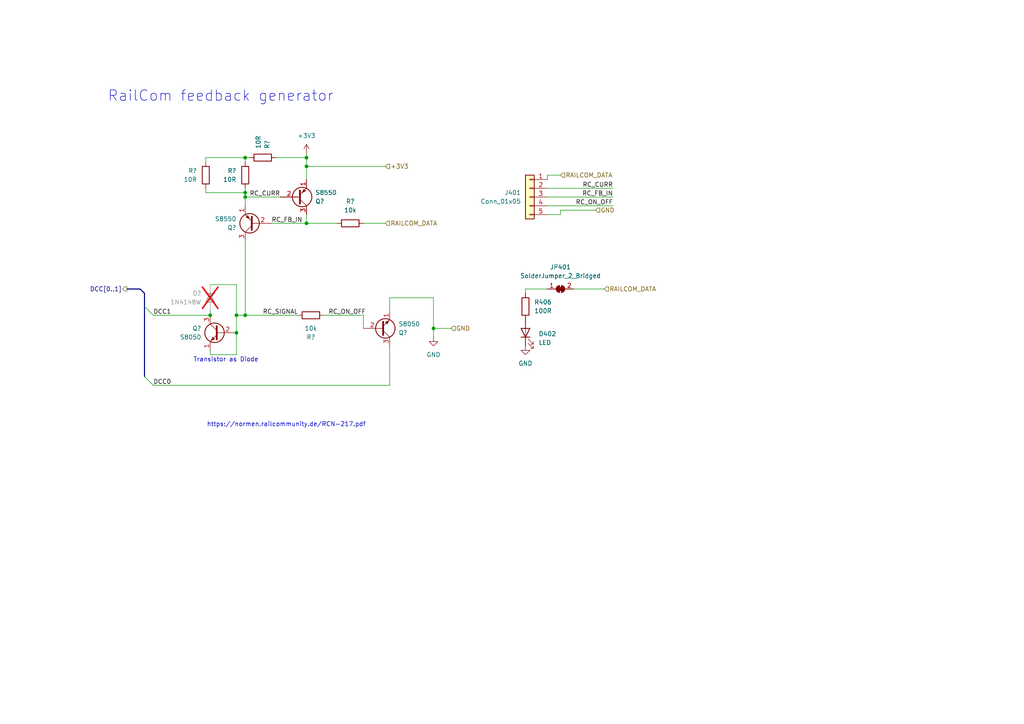
<source format=kicad_sch>
(kicad_sch (version 20231120) (generator "eeschema") (generator_version "8.0")
  (paper "A4")
  (lib_symbols
    (symbol "Connector_Generic:Conn_01x05" (pin_names (offset 1.016) hide)
      (property "Reference" "J" (at 0 7.62 0))
      (property "Value" "Conn_01x05" (at 0 -7.62 0))
      (symbol "Conn_01x05_1_1"
        (rectangle (start -1.27 -4.953) (end 0 -5.207) (stroke (width 0.1524)))
        (rectangle (start -1.27 -2.413) (end 0 -2.667) (stroke (width 0.1524)))
        (rectangle (start -1.27 0.127) (end 0 -0.127) (stroke (width 0.1524)))
        (rectangle (start -1.27 2.667) (end 0 2.413) (stroke (width 0.1524)))
        (rectangle (start -1.27 5.207) (end 0 4.953) (stroke (width 0.1524)))
        (rectangle (start -1.27 6.35) (end 1.27 -6.35) (stroke (width 0.254)) (fill (type background)))
        (pin passive line (at -5.08 5.08 0) (length 3.81) (name "Pin_1") (number "1"))
        (pin passive line (at -5.08 2.54 0) (length 3.81) (name "Pin_2") (number "2"))
        (pin passive line (at -5.08 0 0) (length 3.81) (name "Pin_3") (number "3"))
        (pin passive line (at -5.08 -2.54 0) (length 3.81) (name "Pin_4") (number "4"))
        (pin passive line (at -5.08 -5.08 0) (length 3.81) (name "Pin_5") (number "5"))
      )
    )
    (symbol "Device:LED" (pin_numbers hide) (pin_names (offset 1.016) hide)
      (property "Reference" "D" (at 0 2.54 0))
      (property "Value" "LED" (at 0 -2.54 0))
      (symbol "LED_0_1"
        (polyline (pts (xy -1.27 -1.27) (xy -1.27 1.27)) (stroke (width 0.254)))
        (polyline (pts (xy -1.27 0) (xy 1.27 0)))
        (polyline (pts (xy 1.27 -1.27) (xy 1.27 1.27) (xy -1.27 0) (xy 1.27 -1.27)) (stroke (width 0.254)))
        (polyline (pts (xy -3.048 -0.762) (xy -4.572 -2.286) (xy -3.81 -2.286) (xy -4.572 -2.286) (xy -4.572 -1.524)))
        (polyline (pts (xy -1.778 -0.762) (xy -3.302 -2.286) (xy -2.54 -2.286) (xy -3.302 -2.286) (xy -3.302 -1.524)))
      )
      (symbol "LED_1_1"
        (pin passive line (at -3.81 0 0) (length 2.54) (name "K") (number "1"))
        (pin passive line (at 3.81 0 180) (length 2.54) (name "A") (number "2"))
      )
    )
    (symbol "Device:R" (pin_numbers hide) (pin_names (offset 0))
      (property "Reference" "R" (at 2.032 0 90))
      (property "Value" "R" (at 0 0 90))
      (symbol "R_0_1"
        (rectangle (start -1.016 -2.54) (end 1.016 2.54) (stroke (width 0.254)))
      )
      (symbol "R_1_1"
        (pin passive line (at 0 3.81 270) (length 1.27) (name "~") (number "1"))
        (pin passive line (at 0 -3.81 90) (length 1.27) (name "~") (number "2"))
      )
    )
    (symbol "Diode:1N4148W" (pin_numbers hide) (pin_names hide)
      (property "Reference" "D" (at 0 2.54 0))
      (property "Value" "1N4148W" (at 0 -2.54 0))
      (symbol "1N4148W_0_1"
        (polyline (pts (xy -1.27 1.27) (xy -1.27 -1.27)) (stroke (width 0.254)))
        (polyline (pts (xy 1.27 0) (xy -1.27 0)))
        (polyline (pts (xy 1.27 1.27) (xy 1.27 -1.27) (xy -1.27 0) (xy 1.27 1.27)) (stroke (width 0.254)))
      )
      (symbol "1N4148W_1_1"
        (pin passive line (at -3.81 0 0) (length 2.54) (name "K") (number "1"))
        (pin passive line (at 3.81 0 180) (length 2.54) (name "A") (number "2"))
      )
    )
    (symbol "Jumper:SolderJumper_2_Bridged" (pin_names (offset 0) hide)
      (property "Reference" "JP" (at 0 2.032 0))
      (property "Value" "SolderJumper_2_Bridged" (at 0 -2.54 0))
      (symbol "SolderJumper_2_Bridged_0_1"
        (rectangle (start -0.508 0.508) (end 0.508 -0.508) (fill (type outline)))
        (arc (start -0.254 1.016) (mid -1.2656 0) (end -0.254 -1.016))
        (arc (start -0.254 1.016) (mid -1.2656 0) (end -0.254 -1.016) (fill (type outline)))
        (polyline (pts (xy -0.254 1.016) (xy -0.254 -1.016)))
        (polyline (pts (xy 0.254 1.016) (xy 0.254 -1.016)))
        (arc (start 0.254 -1.016) (mid 1.2656 0) (end 0.254 1.016))
        (arc (start 0.254 -1.016) (mid 1.2656 0) (end 0.254 1.016) (fill (type outline)))
      )
      (symbol "SolderJumper_2_Bridged_1_1"
        (pin passive line (at -3.81 0 0) (length 2.54) (name "A") (number "1"))
        (pin passive line (at 3.81 0 180) (length 2.54) (name "B") (number "2"))
      )
    )
    (symbol "Transistor_BJT:S8050" (pin_names (offset 0) hide)
      (property "Reference" "Q" (at 5.08 1.905 0))
      (property "Value" "S8050" (at 5.08 0 0))
      (symbol "S8050_0_1"
        (polyline (pts (xy 0 0) (xy 0.635 0)))
        (polyline (pts (xy 0.635 0.635) (xy 2.54 2.54)))
        (polyline (pts (xy 0.635 -0.635) (xy 2.54 -2.54) (xy 2.54 -2.54)))
        (polyline (pts (xy 0.635 1.905) (xy 0.635 -1.905) (xy 0.635 -1.905)) (stroke (width 0.508)))
        (polyline (pts (xy 1.27 -1.778) (xy 1.778 -1.27) (xy 2.286 -2.286) (xy 1.27 -1.778) (xy 1.27 -1.778)) (fill (type outline)))
        (circle (center 1.27 0) (radius 2.8194) (stroke (width 0.254)))
      )
      (symbol "S8050_1_1"
        (pin passive line (at 2.54 -5.08 90) (length 2.54) (name "E") (number "1"))
        (pin input line (at -5.08 0 0) (length 5.08) (name "B") (number "2"))
        (pin passive line (at 2.54 5.08 270) (length 2.54) (name "C") (number "3"))
      )
    )
    (symbol "Transistor_BJT:S8550" (pin_names (offset 0) hide)
      (property "Reference" "Q" (at 5.08 1.905 0))
      (property "Value" "S8550" (at 5.08 0 0))
      (symbol "S8550_0_1"
        (polyline (pts (xy 0 0) (xy 0.635 0)))
        (polyline (pts (xy 2.54 -2.54) (xy 0.635 -0.635)))
        (polyline (pts (xy 2.54 2.54) (xy 0.635 0.635)))
        (polyline (pts (xy 0.635 1.905) (xy 0.635 -1.905) (xy 0.635 -1.905)) (stroke (width 0.508)) (fill (type outline)))
        (polyline (pts (xy 1.778 -2.286) (xy 2.286 -1.778) (xy 1.27 -1.27) (xy 1.778 -2.286) (xy 1.778 -2.286)) (fill (type outline)))
        (circle (center 1.27 0) (radius 2.8194) (stroke (width 0.254)))
      )
      (symbol "S8550_1_1"
        (pin passive line (at 2.54 -5.08 90) (length 2.54) (name "E") (number "1"))
        (pin input line (at -5.08 0 0) (length 5.08) (name "B") (number "2"))
        (pin passive line (at 2.54 5.08 270) (length 2.54) (name "C") (number "3"))
      )
    )
    (symbol "power:+5V" (power) (pin_names (offset 0))
      (property "Value" "+5V" (at 0 3.556 0))
      (symbol "+5V_0_1"
        (polyline (pts (xy -0.762 1.27) (xy 0 2.54)))
        (polyline (pts (xy 0 0) (xy 0 2.54)))
        (polyline (pts (xy 0 2.54) (xy 0.762 1.27)))
      )
      (symbol "+5V_1_1"
        (pin power_in line (at 0 0 90) (length 0) hide (name "+5V") (number "1"))
      )
    )
    (symbol "power:GND" (power) (pin_names (offset 0))
      (property "Value" "GND" (at 0 -3.81 0))
      (symbol "GND_0_1"
        (polyline (pts (xy 0 0) (xy 0 -1.27) (xy 1.27 -1.27) (xy 0 -2.54) (xy -1.27 -1.27) (xy 0 -1.27)))
      )
      (symbol "GND_1_1"
        (pin power_in line (at 0 0 270) (length 0) hide (name "GND") (number "1"))
      )
    )
  )
  (junction (at 71.12 91.44))
  (junction (at 125.73 95.25))
  (junction (at 88.9 45.72))
  (junction (at 71.12 45.72))
  (junction (at 68.58 96.52))
  (junction (at 68.58 91.44))
  (junction (at 60.96 91.44))
  (junction (at 88.9 64.77))
  (junction (at 71.12 55.88))
  (junction (at 88.9 48.26))
  (junction (at 71.12 57.15))
  (bus_entry (at 41.91 109.22) (size 2.54 2.54))
  (bus_entry (at 41.91 88.9) (size 2.54 2.54))
  (bus (pts (xy 41.91 88.9) (xy 41.91 109.22)))
  (wire (pts (xy 88.9 64.77) (xy 88.9 62.23)))
  (wire (pts (xy 71.12 54.61) (xy 71.12 55.88)))
  (wire (pts (xy 125.73 86.36) (xy 125.73 95.25)))
  (wire (pts (xy 60.96 82.55) (xy 68.58 82.55)))
  (wire (pts (xy 125.73 95.25) (xy 125.73 97.79)))
  (wire (pts (xy 68.58 91.44) (xy 68.58 96.52)))
  (bus (pts (xy 41.91 85.09) (xy 41.91 88.9)))
  (wire (pts (xy 130.81 95.25) (xy 125.73 95.25)))
  (wire (pts (xy 113.03 86.36) (xy 113.03 90.17)))
  (wire (pts (xy 68.58 96.52) (xy 68.58 102.87)))
  (wire (pts (xy 152.4 83.82) (xy 158.75 83.82)))
  (wire (pts (xy 59.69 55.88) (xy 71.12 55.88)))
  (wire (pts (xy 71.12 59.69) (xy 71.12 57.15)))
  (wire (pts (xy 59.69 46.99) (xy 59.69 45.72)))
  (wire (pts (xy 44.45 91.44) (xy 60.96 91.44)))
  (wire (pts (xy 88.9 44.45) (xy 88.9 45.72)))
  (wire (pts (xy 44.45 111.76) (xy 113.03 111.76)))
  (wire (pts (xy 88.9 48.26) (xy 88.9 52.07)))
  (wire (pts (xy 71.12 46.99) (xy 71.12 45.72)))
  (wire (pts (xy 71.12 69.85) (xy 71.12 91.44)))
  (wire (pts (xy 68.58 82.55) (xy 68.58 91.44)))
  (wire (pts (xy 71.12 91.44) (xy 86.36 91.44)))
  (bus (pts (xy 40.64 83.82) (xy 41.91 85.09)))
  (wire (pts (xy 60.96 102.87) (xy 60.96 101.6)))
  (wire (pts (xy 71.12 45.72) (xy 72.39 45.72)))
  (wire (pts (xy 93.98 91.44) (xy 105.41 91.44)))
  (wire (pts (xy 113.03 86.36) (xy 125.73 86.36)))
  (wire (pts (xy 80.01 45.72) (xy 88.9 45.72)))
  (wire (pts (xy 158.75 57.15) (xy 177.8 57.15)))
  (wire (pts (xy 158.75 54.61) (xy 177.8 54.61)))
  (wire (pts (xy 105.41 64.77) (xy 111.76 64.77)))
  (wire (pts (xy 162.56 60.96) (xy 162.56 62.23)))
  (wire (pts (xy 88.9 48.26) (xy 111.76 48.26)))
  (wire (pts (xy 97.79 64.77) (xy 88.9 64.77)))
  (wire (pts (xy 162.56 62.23) (xy 158.75 62.23)))
  (bus (pts (xy 36.83 83.82) (xy 40.64 83.82)))
  (wire (pts (xy 59.69 55.88) (xy 59.69 54.61)))
  (wire (pts (xy 172.72 60.96) (xy 162.56 60.96)))
  (wire (pts (xy 166.37 83.82) (xy 175.26 83.82)))
  (wire (pts (xy 158.75 59.69) (xy 177.8 59.69)))
  (wire (pts (xy 71.12 55.88) (xy 71.12 57.15)))
  (wire (pts (xy 71.12 57.15) (xy 81.28 57.15)))
  (wire (pts (xy 113.03 111.76) (xy 113.03 100.33)))
  (wire (pts (xy 162.56 50.8) (xy 158.75 50.8)))
  (wire (pts (xy 68.58 91.44) (xy 71.12 91.44)))
  (wire (pts (xy 60.96 90.17) (xy 60.96 91.44)))
  (wire (pts (xy 78.74 64.77) (xy 88.9 64.77)))
  (wire (pts (xy 152.4 83.82) (xy 152.4 85.09)))
  (wire (pts (xy 88.9 48.26) (xy 88.9 45.72)))
  (wire (pts (xy 68.58 102.87) (xy 60.96 102.87)))
  (wire (pts (xy 158.75 50.8) (xy 158.75 52.07)))
  (wire (pts (xy 105.41 91.44) (xy 105.41 95.25)))
  (wire (pts (xy 59.69 45.72) (xy 71.12 45.72)))
  (text "Transistor as Diode" (at 65.532 104.394 0) (effects (font (size 1.27 1.27))))
  (text "RailCom feedback generator" (at 64.008 27.94 0) (effects (font (size 3.048 3.048))))
  (text "https://normen.railcommunity.de/RCN-217.pdf" (at 83.058 123.19 0) (effects (font (size 1.27 1.27))))
  (label "DCC0" (at 44.45 111.76 0))
  (label "RC_CURR" (at 72.39 57.15 0))
  (label "RC_FB_IN" (at 78.74 64.77 0))
  (label "RC_ON_OFF" (at 177.8 59.69 180))
  (label "DCC1" (at 44.45 91.44 0))
  (label "RC_SIGNAL" (at 76.2 91.44 0))
  (label "RC_FB_IN" (at 177.8 57.15 180))
  (label "RC_ON_OFF" (at 95.25 91.44 0))
  (label "RC_CURR" (at 177.8 54.61 180))
  (hierarchical_label "DCC[0..1]" (shape output) (at 36.83 83.82 180))
  (hierarchical_label "RAILCOM_DATA" (shape input) (at 175.26 83.82 0))
  (hierarchical_label "+3V3" (shape input) (at 111.76 48.26 0))
  (hierarchical_label "RAILCOM_DATA" (shape input) (at 111.76 64.77 0))
  (hierarchical_label "GND" (shape input) (at 130.81 95.25 0))
  (hierarchical_label "RAILCOM_DATA" (shape input) (at 162.56 50.8 0))
  (hierarchical_label "GND" (shape input) (at 172.72 60.96 0))
  (symbol (lib_id "Transistor_BJT:S8550") (at 86.36 57.15 0) (mirror x) (unit 1)
    (property "Reference" "Q?" (at 91.44 58.42 0) (effects (justify left)))
    (property "Value" "S8550" (at 91.44 55.88 0) (effects (justify left)))
    (property "Footprint" "Package_TO_SOT_SMD:SOT-23" (effects (hide yes)))
    (property "Datasheet" "http://www.unisonic.com.tw/datasheet/S8550.pdf" (effects (hide yes)))
    (property "Description" "0.7A Ic, 20V Vce, Low Voltage High Current PNP Transistor, TO-92" (effects (hide yes)))
    (property "LCSC" "C8542" (effects (hide yes)))
    (property "OLI_ID" "S8550_SOT-23" (effects (hide yes)))
  )
  (symbol (lib_id "Device:R") (at 59.69 50.8 0) (mirror x) (unit 1)
    (property "Reference" "R?" (at 57.15 49.53 0) (effects (justify right)))
    (property "Value" "10R" (at 57.15 52.07 0) (effects (justify right)))
    (property "Footprint" "Resistor_SMD:R_0805_2012Metric_Pad1.20x1.40mm_HandSolder" (effects (hide yes)))
    (property "Description" "Resistor" (effects (hide yes)))
    (property "LCSC" "C22950" (effects (hide yes)))
  )
  (symbol (lib_id "power:GND") (at 152.4 100.33 0) (unit 1)
    (property "Reference" "#PWR0403" (effects (hide yes)))
    (property "Value" "GND" (at 152.4 105.41 0))
    (property "Description" "Power symbol creates a global label with name \"GND\" , ground" (effects (hide yes)))
  )
  (symbol (lib_id "Transistor_BJT:S8550") (at 73.66 64.77 180) (unit 1)
    (property "Reference" "Q?" (at 68.58 66.04 0) (effects (justify left)))
    (property "Value" "S8550" (at 68.58 63.5 0) (effects (justify left)))
    (property "Footprint" "Package_TO_SOT_SMD:SOT-23" (effects (hide yes)))
    (property "Datasheet" "http://www.unisonic.com.tw/datasheet/S8550.pdf" (effects (hide yes)))
    (property "Description" "0.7A Ic, 20V Vce, Low Voltage High Current PNP Transistor, TO-92" (effects (hide yes)))
    (property "LCSC" "C8542" (effects (hide yes)))
    (property "OLI_ID" "S8550_SOT-23" (effects (hide yes)))
  )
  (symbol (lib_id "Jumper:SolderJumper_2_Bridged") (at 162.56 83.82 0) (unit 1)
    (property "Reference" "JP401" (at 162.56 77.47 0))
    (property "Value" "SolderJumper_2_Bridged" (at 162.56 80.01 0))
    (property "Footprint" "Jumper:SolderJumper-2_P1.3mm_Bridged_Pad1.0x1.5mm" (effects (hide yes)))
    (property "Description" "Solder Jumper, 2-pole, closed/bridged" (effects (hide yes)))
  )
  (symbol (lib_id "Device:R") (at 152.4 88.9 0) (unit 1)
    (property "Reference" "R406" (at 154.94 87.6299 0) (effects (justify left)))
    (property "Value" "100R" (at 154.94 90.1699 0) (effects (justify left)))
    (property "Footprint" "Resistor_SMD:R_0805_2012Metric_Pad1.20x1.40mm_HandSolder" (effects (hide yes)))
    (property "Description" "Resistor" (effects (hide yes)))
  )
  (symbol (lib_id "Device:R") (at 71.12 50.8 0) (mirror x) (unit 1)
    (property "Reference" "R?" (at 68.58 49.53 0) (effects (justify right)))
    (property "Value" "10R" (at 68.58 52.07 0) (effects (justify right)))
    (property "Footprint" "Resistor_SMD:R_0805_2012Metric_Pad1.20x1.40mm_HandSolder" (effects (hide yes)))
    (property "Description" "Resistor" (effects (hide yes)))
    (property "LCSC" "C22950" (effects (hide yes)))
  )
  (symbol (lib_id "power:GND") (at 125.73 97.79 0) (unit 1)
    (property "Reference" "#PWR?" (effects (hide yes)))
    (property "Value" "GND" (at 125.73 102.87 0))
    (property "Description" "Power symbol creates a global label with name \"GND\" , ground" (effects (hide yes)))
  )
  (symbol (lib_id "Device:R") (at 76.2 45.72 90) (mirror x) (unit 1)
    (property "Reference" "R?" (at 77.47 43.18 0) (effects (justify right)))
    (property "Value" "10R" (at 74.93 43.18 0) (effects (justify right)))
    (property "Footprint" "Resistor_SMD:R_0805_2012Metric_Pad1.20x1.40mm_HandSolder" (effects (hide yes)))
    (property "Description" "Resistor" (effects (hide yes)))
    (property "LCSC" "C22950" (effects (hide yes)))
  )
  (symbol (lib_id "Transistor_BJT:S8050") (at 63.5 96.52 0) (mirror y) (unit 1)
    (property "Reference" "Q?" (at 58.42 95.25 0) (effects (justify left)))
    (property "Value" "S8050" (at 58.42 97.79 0) (effects (justify left)))
    (property "Footprint" "Package_TO_SOT_SMD:SOT-23" (effects (hide yes)))
    (property "Datasheet" "http://www.unisonic.com.tw/datasheet/S8050.pdf" (effects (hide yes)))
    (property "Description" "0.7A Ic, 20V Vce, Low Voltage High Current NPN Transistor, TO-92" (effects (hide yes)))
    (property "LCSC" "C2150" (effects (hide yes)))
    (property "OLI_ID" "S8050_SOT-23" (effects (hide yes)))
  )
  (symbol (lib_id "Device:R") (at 101.6 64.77 90) (unit 1)
    (property "Reference" "R?" (at 101.6 58.42 90))
    (property "Value" "10k" (at 101.6 60.96 90))
    (property "Footprint" "Resistor_SMD:R_0805_2012Metric_Pad1.20x1.40mm_HandSolder" (effects (hide yes)))
    (property "Description" "Resistor" (effects (hide yes)))
    (property "LCSC" "C25744" (effects (hide yes)))
    (property "OLI_ID" "10k_0805" (effects (hide yes)))
  )
  (symbol (lib_id "Transistor_BJT:S8050") (at 110.49 95.25 0) (mirror x) (unit 1)
    (property "Reference" "Q?" (at 115.57 96.52 0) (effects (justify left)))
    (property "Value" "S8050" (at 115.57 93.98 0) (effects (justify left)))
    (property "Footprint" "Package_TO_SOT_SMD:SOT-23" (effects (hide yes)))
    (property "Datasheet" "http://www.unisonic.com.tw/datasheet/S8050.pdf" (effects (hide yes)))
    (property "Description" "0.7A Ic, 20V Vce, Low Voltage High Current NPN Transistor, TO-92" (effects (hide yes)))
    (property "LCSC" "C2150" (effects (hide yes)))
    (property "OLI_ID" "S8050_SOT-23" (effects (hide yes)))
  )
  (symbol (lib_id "power:+5V") (at 88.9 44.45 0) (unit 1)
    (property "Reference" "#PWR?" (effects (hide yes)))
    (property "Value" "+3V3" (at 88.9 39.37 0))
    (property "Description" "Power symbol creates a global label with name \"+5V\"" (effects (hide yes)))
  )
  (symbol (lib_id "Device:LED") (at 152.4 96.52 90) (unit 1)
    (property "Reference" "D402" (at 156.21 96.8374 90) (effects (justify right)))
    (property "Value" "LED" (at 156.21 99.3774 90) (effects (justify right)))
    (property "Footprint" "LED_SMD:LED_0603_1608Metric_Pad1.05x0.95mm_HandSolder" (effects (hide yes)))
    (property "Description" "Light emitting diode" (effects (hide yes)))
  )
  (symbol (lib_id "Device:R") (at 90.17 91.44 90) (mirror x) (unit 1)
    (property "Reference" "R?" (at 90.17 97.79 90))
    (property "Value" "10k" (at 90.17 95.25 90))
    (property "Footprint" "Resistor_SMD:R_0805_2012Metric_Pad1.20x1.40mm_HandSolder" (effects (hide yes)))
    (property "Description" "Resistor" (effects (hide yes)))
    (property "LCSC" "C25744" (effects (hide yes)))
    (property "OLI_ID" "10k_0805" (effects (hide yes)))
  )
  (symbol (lib_id "Connector_Generic:Conn_01x05") (at 153.67 57.15 0) (mirror y) (unit 1)
    (property "Reference" "J401" (at 151.13 55.8799 0) (effects (justify left)))
    (property "Value" "Conn_01x05" (at 151.13 58.4199 0) (effects (justify left)))
    (property "Footprint" "Connector_PinHeader_2.54mm:PinHeader_1x05_P2.54mm_Vertical" (effects (hide yes)))
    (property "Description" "Generic connector, single row, 01x05, script generated (kicad-library-utils/schlib/autogen/connector/)" (effects (hide yes)))
  )
  (symbol (lib_id "Diode:1N4148W") (at 60.96 86.36 90) (mirror x) (unit 1) (exclude_from_sim yes) (in_bom no) (on_board no) (dnp yes)
    (property "Reference" "D?" (at 58.42 85.09 90) (effects (justify left)))
    (property "Value" "1N4148W" (at 58.42 87.63 90) (effects (justify left)))
    (property "Footprint" "Diode_SMD:D_SOD-123" (effects (hide yes)))
    (property "Datasheet" "https://www.vishay.com/docs/85748/1n4148w.pdf" (effects (hide yes)))
    (property "Description" "75V 0.15A Fast Switching Diode, SOD-123" (effects (hide yes)))
    (property "Sim.Device" "D" (effects (hide yes)))
    (property "Sim.Pins" "1=K 2=A" (effects (hide yes)))
    (property "LCSC" "C81598" (effects (hide yes)))
    (property "OLI_ID" "1N4148W_SOD-123" (effects (hide yes)))
  )
)
</source>
